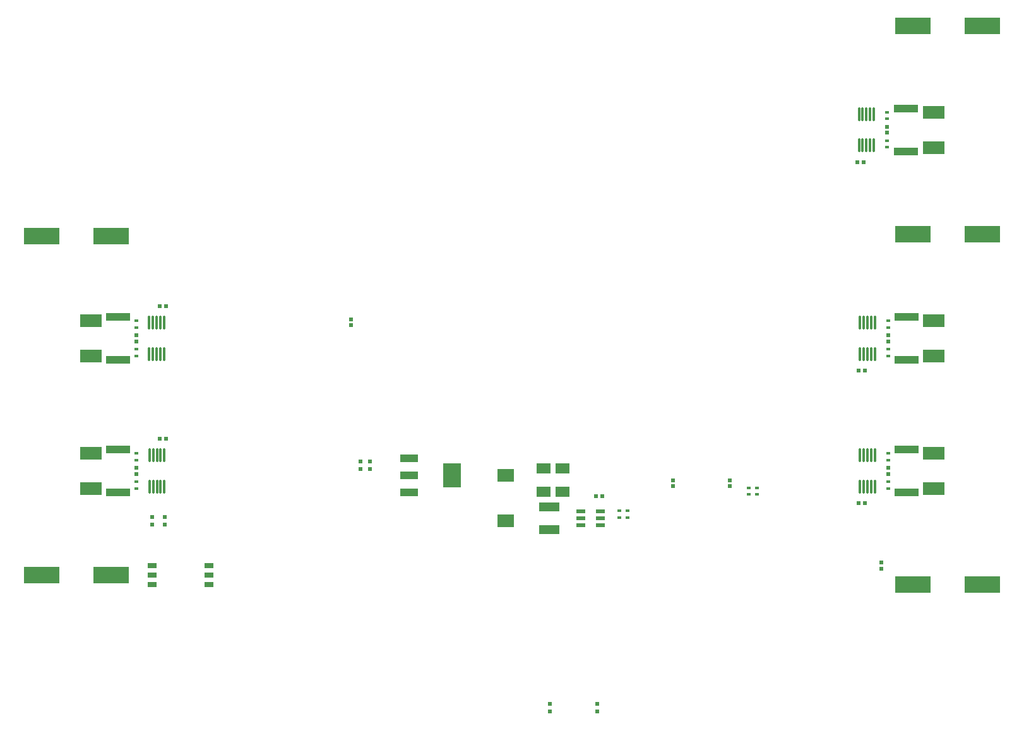
<source format=gbr>
G04 Layer_Color=8421504*
%FSLAX23Y23*%
%MOIN*%
%TF.FileFunction,Paste,Top*%
%TF.Part,Single*%
G01*
G75*
%TA.AperFunction,SMDPad,CuDef*%
%ADD10R,0.050X0.030*%
%ADD11R,0.020X0.020*%
%ADD12R,0.022X0.018*%
%ADD13R,0.128X0.041*%
%ADD14O,0.012X0.079*%
%ADD15R,0.020X0.020*%
%ADD16R,0.020X0.024*%
%ADD17R,0.116X0.066*%
%ADD18R,0.094X0.039*%
%ADD19R,0.094X0.130*%
%ADD20R,0.185X0.091*%
%ADD21R,0.087X0.067*%
%ADD22R,0.075X0.053*%
%ADD23R,0.045X0.024*%
%ADD24R,0.106X0.045*%
D10*
X-1900Y-1700D02*
D03*
Y-1750D02*
D03*
Y-1800D02*
D03*
X-1600D02*
D03*
Y-1750D02*
D03*
Y-1700D02*
D03*
D11*
X1829Y-669D02*
D03*
X1861D02*
D03*
X1824Y431D02*
D03*
X1856D02*
D03*
X-1829Y-1031D02*
D03*
X-1861D02*
D03*
X-1829Y-331D02*
D03*
X-1861D02*
D03*
X1829Y-1369D02*
D03*
X1861D02*
D03*
X444Y-1335D02*
D03*
X476D02*
D03*
D12*
X1980Y508D02*
D03*
Y544D02*
D03*
Y694D02*
D03*
Y658D02*
D03*
X1293Y-1325D02*
D03*
Y-1290D02*
D03*
X1250Y-1290D02*
D03*
Y-1325D02*
D03*
X-1984Y-1107D02*
D03*
Y-1143D02*
D03*
X-1985Y-407D02*
D03*
Y-443D02*
D03*
X1985Y-1293D02*
D03*
Y-1257D02*
D03*
Y-593D02*
D03*
Y-557D02*
D03*
X-1985Y-593D02*
D03*
Y-557D02*
D03*
X-1984Y-1293D02*
D03*
Y-1257D02*
D03*
X1985Y-407D02*
D03*
Y-443D02*
D03*
Y-1107D02*
D03*
Y-1143D02*
D03*
X565Y-1412D02*
D03*
Y-1448D02*
D03*
X608Y-1448D02*
D03*
Y-1412D02*
D03*
D13*
X2080Y486D02*
D03*
Y714D02*
D03*
X-2080Y-1086D02*
D03*
Y-1314D02*
D03*
X-2081Y-386D02*
D03*
Y-614D02*
D03*
X2081Y-1314D02*
D03*
Y-1086D02*
D03*
Y-614D02*
D03*
Y-386D02*
D03*
D14*
X1831Y518D02*
D03*
X1850D02*
D03*
X1870D02*
D03*
X1890D02*
D03*
X1909D02*
D03*
X1831Y684D02*
D03*
X1850D02*
D03*
X1870D02*
D03*
X1890D02*
D03*
X1909D02*
D03*
X-1836Y-1117D02*
D03*
X-1856D02*
D03*
X-1875D02*
D03*
X-1895D02*
D03*
X-1915D02*
D03*
X-1836Y-1283D02*
D03*
X-1856D02*
D03*
X-1875D02*
D03*
X-1895D02*
D03*
X-1915D02*
D03*
X-1837Y-417D02*
D03*
X-1857D02*
D03*
X-1876D02*
D03*
X-1896D02*
D03*
X-1916D02*
D03*
X-1837Y-583D02*
D03*
X-1857D02*
D03*
X-1876D02*
D03*
X-1896D02*
D03*
X-1916D02*
D03*
X1837Y-1283D02*
D03*
X1857D02*
D03*
X1876D02*
D03*
X1896D02*
D03*
X1916D02*
D03*
X1837Y-1117D02*
D03*
X1857D02*
D03*
X1876D02*
D03*
X1896D02*
D03*
X1916D02*
D03*
X1837Y-583D02*
D03*
X1857D02*
D03*
X1876D02*
D03*
X1896D02*
D03*
X1916D02*
D03*
X1837Y-417D02*
D03*
X1857D02*
D03*
X1876D02*
D03*
X1896D02*
D03*
X1916D02*
D03*
D15*
X1980Y585D02*
D03*
Y617D02*
D03*
X-850Y-400D02*
D03*
Y-431D02*
D03*
X850Y-1250D02*
D03*
Y-1281D02*
D03*
X1150D02*
D03*
Y-1250D02*
D03*
X1950Y-1684D02*
D03*
Y-1716D02*
D03*
X-1984Y-1184D02*
D03*
Y-1216D02*
D03*
X1985Y-1216D02*
D03*
Y-1184D02*
D03*
Y-516D02*
D03*
Y-484D02*
D03*
X-1985D02*
D03*
Y-516D02*
D03*
D16*
X-1900Y-1485D02*
D03*
Y-1445D02*
D03*
X-1835Y-1485D02*
D03*
Y-1445D02*
D03*
X200Y-2470D02*
D03*
Y-2430D02*
D03*
X450Y-2470D02*
D03*
Y-2430D02*
D03*
X-750Y-1189D02*
D03*
Y-1150D02*
D03*
X-800Y-1189D02*
D03*
Y-1150D02*
D03*
D17*
X2225Y694D02*
D03*
Y506D02*
D03*
X-2225Y-594D02*
D03*
Y-406D02*
D03*
X-2224Y-1106D02*
D03*
Y-1294D02*
D03*
X2225Y-594D02*
D03*
Y-406D02*
D03*
Y-1294D02*
D03*
Y-1106D02*
D03*
D18*
X-545Y-1134D02*
D03*
Y-1224D02*
D03*
Y-1315D02*
D03*
D19*
X-317Y-1224D02*
D03*
D20*
X2117Y1150D02*
D03*
X2483D02*
D03*
X-2117Y-1750D02*
D03*
X-2483D02*
D03*
X-2117Y41D02*
D03*
X-2483D02*
D03*
X2117Y-1800D02*
D03*
X2483D02*
D03*
X2117Y48D02*
D03*
X2483D02*
D03*
D21*
X-35Y-1465D02*
D03*
Y-1225D02*
D03*
D22*
X166Y-1312D02*
D03*
Y-1186D02*
D03*
X265Y-1312D02*
D03*
Y-1186D02*
D03*
D23*
X364Y-1413D02*
D03*
Y-1450D02*
D03*
Y-1487D02*
D03*
X466D02*
D03*
Y-1450D02*
D03*
Y-1413D02*
D03*
D24*
X195Y-1391D02*
D03*
Y-1509D02*
D03*
%TF.MD5,43b807c77f14a54f63b8c17710cefe27*%
M02*

</source>
